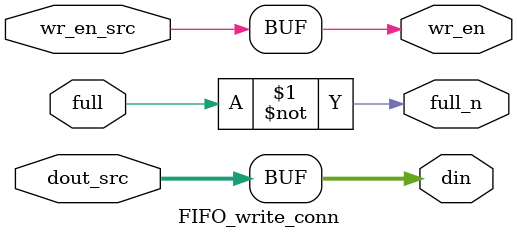
<source format=v>
`timescale 1ns / 1ps
module FIFO_write_conn#
(parameter DATA_WIDTH = 32)
(
	input [DATA_WIDTH-1:0] dout_src,
	input wr_en_src,
	output full_n,
	
	output [DATA_WIDTH-1:0] din,
	output wr_en,
	input full
	
	

    );



assign din = dout_src;
assign wr_en = wr_en_src;
assign full_n = ~full;


endmodule

</source>
